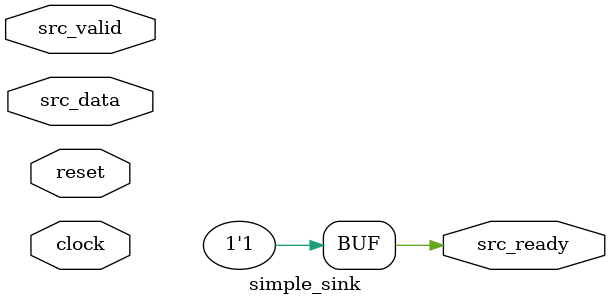
<source format=sv>
`default_nettype none
`timescale 1 ns/1 ns

module simple_sink
(
  input logic      clock,
  input logic      reset,

  input logic[7:0] src_data,
  input logic      src_valid,
  output logic     src_ready
);

  logic[7:0] data = 0;

  assign src_ready = 1;

  always @(posedge clock) begin
    if (reset) begin
      data <= 0;
    end else if (src_valid) begin
      data <= src_data;
    end
  end

endmodule

</source>
